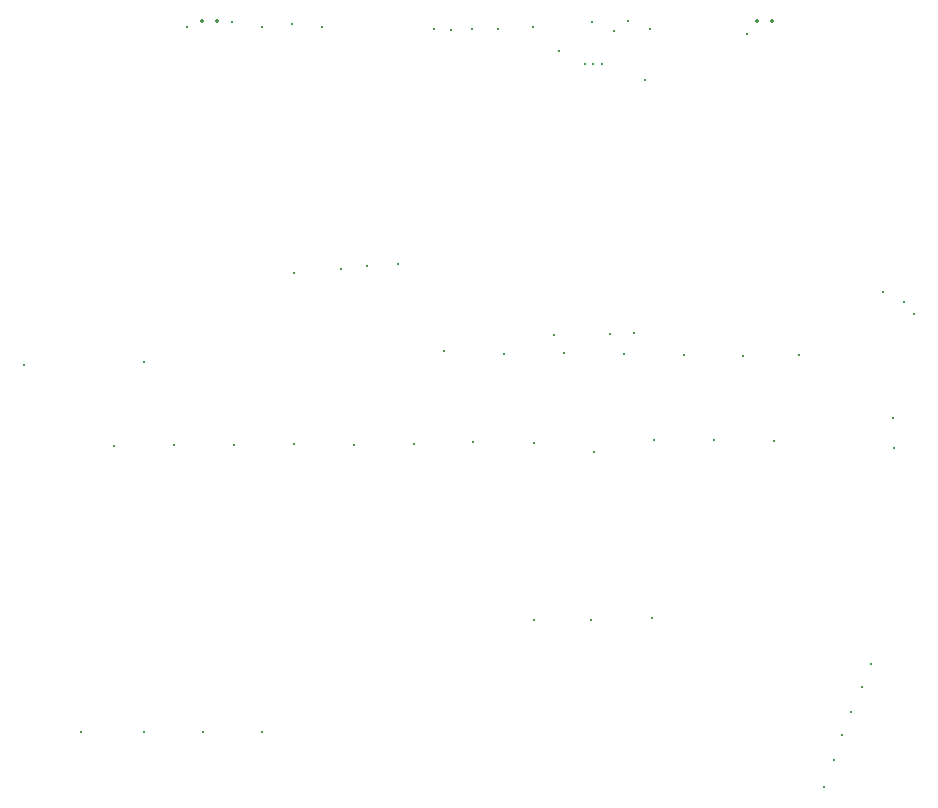
<source format=gbr>
%TF.GenerationSoftware,Altium Limited,Altium Designer,22.11.1 (43)*%
G04 Layer_Color=0*
%FSLAX45Y45*%
%MOMM*%
%TF.SameCoordinates,AD8EF09A-55C0-4CAF-97A9-B7ED8585E017*%
%TF.FilePolarity,Positive*%
%TF.FileFunction,Plated,1,4,PTH,Drill*%
%TF.Part,Single*%
G01*
G75*
%TA.AperFunction,ViaDrill,NotFilled*%
%ADD28C,0.35600*%
%ADD29C,0.25400*%
D28*
X7143700Y9460000D02*
D03*
X7270699Y9460001D02*
D03*
X2444699D02*
D03*
X2571699D02*
D03*
D29*
X7060000Y9350000D02*
D03*
X6231889Y9385591D02*
D03*
X4550000Y9380000D02*
D03*
X4404800Y9388814D02*
D03*
X7862600Y3410000D02*
D03*
X8290000Y6100000D02*
D03*
X8102600Y4010000D02*
D03*
X6780000Y5910000D02*
D03*
X8030000Y3820000D02*
D03*
X7936422Y3610536D02*
D03*
X7497400Y6632001D02*
D03*
X7710000Y2970000D02*
D03*
X7790000Y3200000D02*
D03*
X8470000Y6980000D02*
D03*
X8390000Y7080000D02*
D03*
X8210000Y7160000D02*
D03*
X8302000Y5838000D02*
D03*
X6051686Y9460986D02*
D03*
X5934965Y9372364D02*
D03*
X5739999Y4389999D02*
D03*
X2947004Y3440000D02*
D03*
X2450000D02*
D03*
X7286000Y5904000D02*
D03*
X1950000Y3440000D02*
D03*
X4238000Y5872000D02*
D03*
X4997999Y6642001D02*
D03*
X1420000Y3440000D02*
D03*
X6520000Y6630000D02*
D03*
X6190000Y8960000D02*
D03*
X6100000Y6820000D02*
D03*
X6270000Y5910000D02*
D03*
X6256199Y4399080D02*
D03*
X5900000Y6810000D02*
D03*
X6013999Y6636001D02*
D03*
X5826599Y9097400D02*
D03*
X5681399D02*
D03*
X5753999D02*
D03*
X5461601Y9199289D02*
D03*
X5420000Y6800000D02*
D03*
X5250000Y4390000D02*
D03*
X5745949Y9452203D02*
D03*
X5762000Y5804380D02*
D03*
X5505999Y6644001D02*
D03*
X5246948Y9409999D02*
D03*
X4100000Y7400000D02*
D03*
X3840000Y7380000D02*
D03*
X4950000Y9390000D02*
D03*
X7020000Y6620000D02*
D03*
X4730000Y9390000D02*
D03*
X5254000Y5886000D02*
D03*
X4740000Y5890000D02*
D03*
X3460699Y9409999D02*
D03*
X4489999Y6659999D02*
D03*
X3730000Y5867993D02*
D03*
X3620000Y7360000D02*
D03*
X3222000Y5878000D02*
D03*
X3206699Y9429371D02*
D03*
X3220000Y7320000D02*
D03*
X2952699Y9409999D02*
D03*
X2714000Y5866000D02*
D03*
X2206000Y5864000D02*
D03*
X1949999Y6569999D02*
D03*
X2698674Y9451346D02*
D03*
X1698000Y5858000D02*
D03*
X933999Y6546001D02*
D03*
X2317699Y9409999D02*
D03*
%TF.MD5,e3c0872a7b3f1e674ed5d35d2d39beb2*%
M02*

</source>
